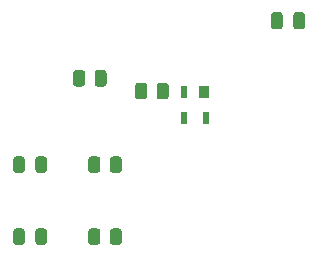
<source format=gbr>
%TF.GenerationSoftware,KiCad,Pcbnew,(5.1.10)-1*%
%TF.CreationDate,2021-09-03T10:18:15+02:00*%
%TF.ProjectId,Rpi_Adapter,5270695f-4164-4617-9074-65722e6b6963,2L_3*%
%TF.SameCoordinates,Original*%
%TF.FileFunction,Paste,Top*%
%TF.FilePolarity,Positive*%
%FSLAX46Y46*%
G04 Gerber Fmt 4.6, Leading zero omitted, Abs format (unit mm)*
G04 Created by KiCad (PCBNEW (5.1.10)-1) date 2021-09-03 10:18:15*
%MOMM*%
%LPD*%
G01*
G04 APERTURE LIST*
%ADD10R,0.550000X1.000000*%
%ADD11R,0.950000X1.000000*%
G04 APERTURE END LIST*
D10*
%TO.C,U1*%
X167830540Y-40497240D03*
X165930540Y-40497240D03*
X165930540Y-38297240D03*
D11*
X167630540Y-38297240D03*
%TD*%
%TO.C,C1*%
G36*
G01*
X174302000Y-31783000D02*
X174302000Y-32733000D01*
G75*
G02*
X174052000Y-32983000I-250000J0D01*
G01*
X173552000Y-32983000D01*
G75*
G02*
X173302000Y-32733000I0J250000D01*
G01*
X173302000Y-31783000D01*
G75*
G02*
X173552000Y-31533000I250000J0D01*
G01*
X174052000Y-31533000D01*
G75*
G02*
X174302000Y-31783000I0J-250000D01*
G01*
G37*
G36*
G01*
X176202000Y-31783000D02*
X176202000Y-32733000D01*
G75*
G02*
X175952000Y-32983000I-250000J0D01*
G01*
X175452000Y-32983000D01*
G75*
G02*
X175202000Y-32733000I0J250000D01*
G01*
X175202000Y-31783000D01*
G75*
G02*
X175452000Y-31533000I250000J0D01*
G01*
X175952000Y-31533000D01*
G75*
G02*
X176202000Y-31783000I0J-250000D01*
G01*
G37*
%TD*%
%TO.C,R4*%
G36*
G01*
X158858000Y-43999998D02*
X158858000Y-44900002D01*
G75*
G02*
X158608002Y-45150000I-249998J0D01*
G01*
X158082998Y-45150000D01*
G75*
G02*
X157833000Y-44900002I0J249998D01*
G01*
X157833000Y-43999998D01*
G75*
G02*
X158082998Y-43750000I249998J0D01*
G01*
X158608002Y-43750000D01*
G75*
G02*
X158858000Y-43999998I0J-249998D01*
G01*
G37*
G36*
G01*
X160683000Y-43999998D02*
X160683000Y-44900002D01*
G75*
G02*
X160433002Y-45150000I-249998J0D01*
G01*
X159907998Y-45150000D01*
G75*
G02*
X159658000Y-44900002I0J249998D01*
G01*
X159658000Y-43999998D01*
G75*
G02*
X159907998Y-43750000I249998J0D01*
G01*
X160433002Y-43750000D01*
G75*
G02*
X160683000Y-43999998I0J-249998D01*
G01*
G37*
%TD*%
%TO.C,R3*%
G36*
G01*
X158858000Y-50095998D02*
X158858000Y-50996002D01*
G75*
G02*
X158608002Y-51246000I-249998J0D01*
G01*
X158082998Y-51246000D01*
G75*
G02*
X157833000Y-50996002I0J249998D01*
G01*
X157833000Y-50095998D01*
G75*
G02*
X158082998Y-49846000I249998J0D01*
G01*
X158608002Y-49846000D01*
G75*
G02*
X158858000Y-50095998I0J-249998D01*
G01*
G37*
G36*
G01*
X160683000Y-50095998D02*
X160683000Y-50996002D01*
G75*
G02*
X160433002Y-51246000I-249998J0D01*
G01*
X159907998Y-51246000D01*
G75*
G02*
X159658000Y-50996002I0J249998D01*
G01*
X159658000Y-50095998D01*
G75*
G02*
X159907998Y-49846000I249998J0D01*
G01*
X160433002Y-49846000D01*
G75*
G02*
X160683000Y-50095998I0J-249998D01*
G01*
G37*
%TD*%
%TO.C,R2*%
G36*
G01*
X162825480Y-37769378D02*
X162825480Y-38669382D01*
G75*
G02*
X162575482Y-38919380I-249998J0D01*
G01*
X162050478Y-38919380D01*
G75*
G02*
X161800480Y-38669382I0J249998D01*
G01*
X161800480Y-37769378D01*
G75*
G02*
X162050478Y-37519380I249998J0D01*
G01*
X162575482Y-37519380D01*
G75*
G02*
X162825480Y-37769378I0J-249998D01*
G01*
G37*
G36*
G01*
X164650480Y-37769378D02*
X164650480Y-38669382D01*
G75*
G02*
X164400482Y-38919380I-249998J0D01*
G01*
X163875478Y-38919380D01*
G75*
G02*
X163625480Y-38669382I0J249998D01*
G01*
X163625480Y-37769378D01*
G75*
G02*
X163875478Y-37519380I249998J0D01*
G01*
X164400482Y-37519380D01*
G75*
G02*
X164650480Y-37769378I0J-249998D01*
G01*
G37*
%TD*%
%TO.C,R1*%
G36*
G01*
X158375300Y-37584802D02*
X158375300Y-36684798D01*
G75*
G02*
X158625298Y-36434800I249998J0D01*
G01*
X159150302Y-36434800D01*
G75*
G02*
X159400300Y-36684798I0J-249998D01*
G01*
X159400300Y-37584802D01*
G75*
G02*
X159150302Y-37834800I-249998J0D01*
G01*
X158625298Y-37834800D01*
G75*
G02*
X158375300Y-37584802I0J249998D01*
G01*
G37*
G36*
G01*
X156550300Y-37584802D02*
X156550300Y-36684798D01*
G75*
G02*
X156800298Y-36434800I249998J0D01*
G01*
X157325302Y-36434800D01*
G75*
G02*
X157575300Y-36684798I0J-249998D01*
G01*
X157575300Y-37584802D01*
G75*
G02*
X157325302Y-37834800I-249998J0D01*
G01*
X156800298Y-37834800D01*
G75*
G02*
X156550300Y-37584802I0J249998D01*
G01*
G37*
%TD*%
%TO.C,D2*%
G36*
G01*
X153358000Y-44906250D02*
X153358000Y-43993750D01*
G75*
G02*
X153601750Y-43750000I243750J0D01*
G01*
X154089250Y-43750000D01*
G75*
G02*
X154333000Y-43993750I0J-243750D01*
G01*
X154333000Y-44906250D01*
G75*
G02*
X154089250Y-45150000I-243750J0D01*
G01*
X153601750Y-45150000D01*
G75*
G02*
X153358000Y-44906250I0J243750D01*
G01*
G37*
G36*
G01*
X151483000Y-44906250D02*
X151483000Y-43993750D01*
G75*
G02*
X151726750Y-43750000I243750J0D01*
G01*
X152214250Y-43750000D01*
G75*
G02*
X152458000Y-43993750I0J-243750D01*
G01*
X152458000Y-44906250D01*
G75*
G02*
X152214250Y-45150000I-243750J0D01*
G01*
X151726750Y-45150000D01*
G75*
G02*
X151483000Y-44906250I0J243750D01*
G01*
G37*
%TD*%
%TO.C,D1*%
G36*
G01*
X153358000Y-51002250D02*
X153358000Y-50089750D01*
G75*
G02*
X153601750Y-49846000I243750J0D01*
G01*
X154089250Y-49846000D01*
G75*
G02*
X154333000Y-50089750I0J-243750D01*
G01*
X154333000Y-51002250D01*
G75*
G02*
X154089250Y-51246000I-243750J0D01*
G01*
X153601750Y-51246000D01*
G75*
G02*
X153358000Y-51002250I0J243750D01*
G01*
G37*
G36*
G01*
X151483000Y-51002250D02*
X151483000Y-50089750D01*
G75*
G02*
X151726750Y-49846000I243750J0D01*
G01*
X152214250Y-49846000D01*
G75*
G02*
X152458000Y-50089750I0J-243750D01*
G01*
X152458000Y-51002250D01*
G75*
G02*
X152214250Y-51246000I-243750J0D01*
G01*
X151726750Y-51246000D01*
G75*
G02*
X151483000Y-51002250I0J243750D01*
G01*
G37*
%TD*%
M02*

</source>
